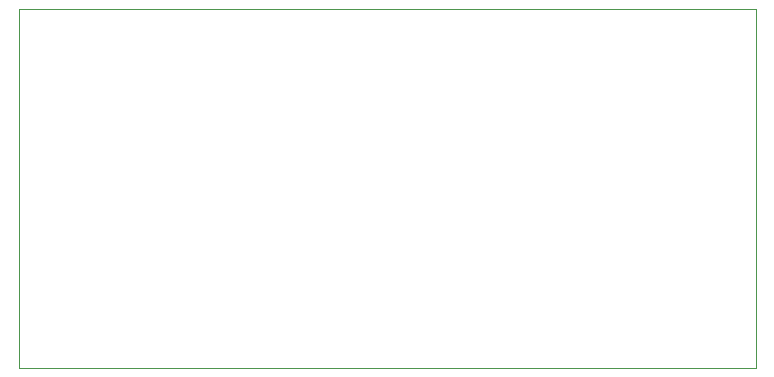
<source format=gm1>
%TF.GenerationSoftware,KiCad,Pcbnew,8.0.1*%
%TF.CreationDate,2024-04-28T18:39:05+02:00*%
%TF.ProjectId,ScaleModule,5363616c-654d-46f6-9475-6c652e6b6963,v0.1*%
%TF.SameCoordinates,Original*%
%TF.FileFunction,Profile,NP*%
%FSLAX46Y46*%
G04 Gerber Fmt 4.6, Leading zero omitted, Abs format (unit mm)*
G04 Created by KiCad (PCBNEW 8.0.1) date 2024-04-28 18:39:05*
%MOMM*%
%LPD*%
G01*
G04 APERTURE LIST*
%TA.AperFunction,Profile*%
%ADD10C,0.050000*%
%TD*%
G04 APERTURE END LIST*
D10*
X109200000Y-88820000D02*
X171600000Y-88820000D01*
X171600000Y-119220000D01*
X109200000Y-119220000D01*
X109200000Y-88820000D01*
M02*

</source>
